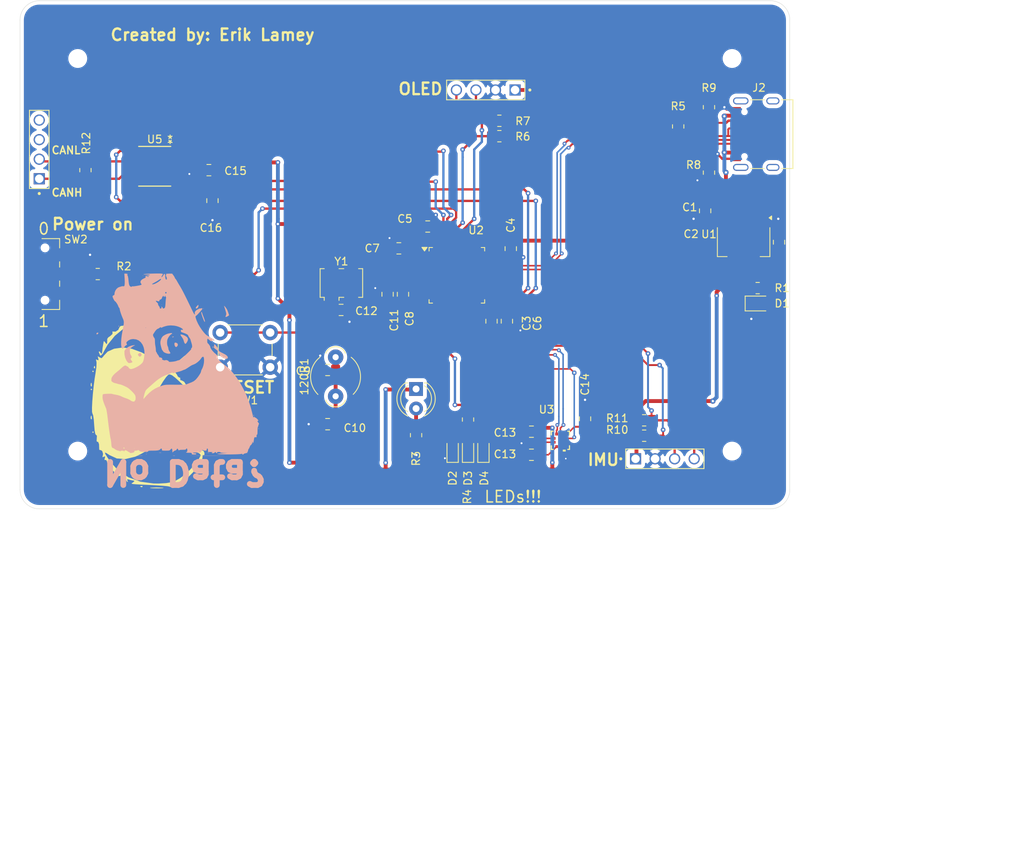
<source format=kicad_pcb>
(kicad_pcb (version 20241229) (generator "pcbnew") (generator_version "9.0")
  (title_block (title "EcoCar Onboarding PCB") (date "2025-10-29") (rev "3") (company "EcoCar"))
  (layers (0 "F.Cu" signal) (2 "B.Cu" signal) (13 "F.Paste" user) (15 "B.Paste" user) (5 "F.SilkS" user "F.Silkscreen") (7 "B.SilkS" user "B.Silkscreen") (1 "F.Mask" user) (3 "B.Mask" user) (25 "Edge.Cuts" user))
  (net 0 "")
  (net 1 "+3V3")
  (net 2 "VBUS")
  (net 3 "GND")
  (net 11 "/CAN_RX")
  (net 12 "/BOOT0")
  (net 15 "/USB_D+")
  (net 17 "/I2C2_SDA_IMU")
  (net 21 "/STD")
  (net 25 "/HSE_in")
  (net 28 "/CC1")
  (net 29 "/USB_D-")
  (net 31 "+3.3VA")
  (net 33 "/CC2")
  (net 34 "/CAN_TX")
  (net 35 "/I2C2_SCL_IMU")
  (net 36 "/NRST")
  (net 37 "/PWR_LED_K")
  (net 38 "Net-(D2-A)")
  (net 39 "/SW_BOOT0")
  (net 40 "Net-(U2-PA4)")
  (net 41 "Net-(U2-PA3)")
  (net 45 "/I2C1_SCL_OLED")
  (net 49 "/CANH")
  (net 50 "/CANL")
  (net 52 "/STBY")
  (net 53 "/SPI_MOSI")
  (net 54 "/SPI_SCK")
  (net 55 "/SPI_MISO")
  (net 56 "/I2C1_SDA_OLED")
  (footprint "Resistor_SMD:R_0805_2012Metric_Pad1.20x1.40mm_HandSolder" (layer "F.Cu") (at 162.27 87.09 180)
    (property "Reference" "R7")
    (property "Value" "1K5")
  )
  (footprint "Button_Switch_SMD:SW_SPDT_CK_JS102011SAQN" (layer "F.Cu") (at 103.25 107 -90)
    (property "Reference" "SW2")
    (property "Value" "SW_SPDT")
  )
  (footprint "Resistor_SMD:R_0805_2012Metric_Pad1.20x1.40mm_HandSolder" (layer "F.Cu") (at 189.5 93.825 -90)
    (property "Reference" "R8")
    (property "Value" "5k1")
  )
  (footprint "Sensor_Pressure:HLGA-10L_2X2X0P73_STM" (layer "F.Cu") (at 170.2 128.6 180)
    (property "Reference" "U3")
    (property "Value" "BME280")
  )
  (footprint "Capacitor_SMD:C_0805_2012Metric_Pad1.18x1.45mm_HandSolder" (layer "F.Cu") (at 173.4 125.8 90)
    (property "Reference" "C14")
    (property "Value" "100n")
  )
  (footprint "Capacitor_SMD:C_0805_2012Metric_Pad1.18x1.45mm_HandSolder" (layer "F.Cu") (at 198.6 102.8625 90)
    (property "Reference" "C2")
    (property "Value" "22u")
  )
  (footprint "Resistor_SMD:R_0805_2012Metric_Pad1.20x1.40mm_HandSolder" (layer "F.Cu") (at 110.1 107)
    (property "Reference" "R2")
    (property "Value" "10k")
  )
  (footprint "Resistor_SMD:R_0805_2012Metric_Pad1.20x1.40mm_HandSolder" (layer "F.Cu") (at 189.5 85.325 90)
    (property "Reference" "R9")
    (property "Value" "5k1")
  )
  (footprint "LED_THT:LED_D4.0mm" (layer "F.Cu") (at 151.451 121.93 -90)
    (property "Reference" "TH1" (hide yes))
    (property "Value" "10K")
  )
  (footprint "Package_TO_SOT_SMD:SOT-223-3_TabPin2" (layer "F.Cu") (at 194 102.825 -90)
    (property "Reference" "U1")
    (property "Value" "AMS1117-3.3")
  )
  (footprint "LED_SMD:LED_0603_1608Metric_Pad1.05x0.95mm_HandSolder" (layer "F.Cu") (at 158.2 129.8 90)
    (property "Reference" "D3")
    (property "Value" "LED_G" (hide yes))
  )
  (footprint "Connector_Pin:Conn_01x04_pin" (layer "F.Cu") (at 102.5 90.81 90)
    (property "Reference" "J5")
    (property "Value" "Conn_01x04_Socket")
  )
  (footprint "Capacitor_SMD:C_0805_2012Metric_Pad1.18x1.45mm_HandSolder" (layer "F.Cu") (at 139.9625 126.5 180)
    (property "Reference" "C10")
    (property "Value" "1u")
  )
  (footprint "MountingHole:MountingHole_2.2mm_M2" (layer "F.Cu") (at 192.5 79)
    (property "Reference" "H2" (hide yes))
    (property "Value" "MountingHole" (hide yes))
  )
  (footprint "Capacitor_SMD:C_0805_2012Metric_Pad1.18x1.45mm_HandSolder" (layer "F.Cu") (at 163.75 103.7 -90)
    (property "Reference" "C4")
    (property "Value" "100n")
  )
  (footprint "Capacitor_SMD:C_0805_2012Metric_Pad1.18x1.45mm_HandSolder" (layer "F.Cu") (at 125 97.4625 -90)
    (property "Reference" "C16")
    (property "Value" "100n")
  )
  (footprint "MountingHole:MountingHole_2.2mm_M2" (layer "F.Cu") (at 192.5 130)
    (property "Reference" "H4" (hide yes))
    (property "Value" "MountingHole" (hide yes))
  )
  (footprint "Resistor_SMD:R_0805_2012Metric_Pad1.20x1.40mm_HandSolder" (layer "F.Cu") (at 185.5 87.825 -90)
    (property "Reference" "R5")
    (property "Value" "1k5")
  )
  (footprint "LED_SMD:LED_0603_1608Metric_Pad1.05x0.95mm_HandSolder" (layer "F.Cu") (at 156.2 129.8 90)
    (property "Reference" "D2")
    (property "Value" "LED_R" (hide yes))
  )
  (footprint "Library:ecocar_logo" (layer "F.Cu") (at 230.186765 181.433271)
    (property "Reference" "G***" (hide yes))
    (property "Value" "LOGO" (hide yes))
  )
  (footprint "Resistor_SMD:R_0805_2012Metric_Pad1.20x1.40mm_HandSolder" (layer "F.Cu") (at 108.5 93.5 90)
    (property "Reference" "R12")
    (property "Value" "120")
  )
  (footprint "Package_QFP:LQFP-48_7x7mm_P0.5mm" (layer "F.Cu") (at 156.75 107.1625)
    (property "Reference" "U2")
    (property "Value" "STM32F103C8T6")
  )
  (footprint "Capacitor_SMD:C_0805_2012Metric_Pad1.18x1.45mm_HandSolder" (layer "F.Cu") (at 189 98.7875 -90)
    (property "Reference" "C1")
    (property "Value" "22u")
  )
  (footprint "LED_SMD:LED_0805_2012Metric" (layer "F.Cu") (at 195.8875 110.825)
    (property "Reference" "D1")
    (property "Value" "LED")
  )
  (footprint "Button_Switch_THT:SW_PUSH_6mm" (layer "F.Cu") (at 126 114.6)
    (property "Reference" "SW1")
    (property "Value" "SW_PUSH_6mm" (hide yes))
  )
  (footprint "Capacitor_SMD:C_0805_2012Metric_Pad1.18x1.45mm_HandSolder" (layer "F.Cu") (at 141.7125 111.6625)
    (property "Reference" "C12")
    (property "Value" "100n")
  )
  (footprint "MountingHole:MountingHole_2.2mm_M2" (layer "F.Cu") (at 107.5 79)
    (property "Reference" "H1" (hide yes))
    (property "Value" "MountingHole" (hide yes))
  )
  (footprint "Capacitor_SMD:C_0805_2012Metric_Pad1.18x1.45mm_HandSolder" (layer "F.Cu") (at 152.9625 100.825)
    (property "Reference" "C5")
    (property "Value" "100n")
  )
  (footprint "Connector_Pin:Conn_01x04_pin" (layer "F.Cu") (at 183.77 131)
    (property "Reference" "J3")
    (property "Value" "Conn_01x04_Socket")
  )
  (footprint "Resistor_SMD:R_0805_2012Metric_Pad1.20x1.40mm_HandSolder" (layer "F.Cu") (at 195.825 108.825)
    (property "Reference" "R1")
    (property "Value" "1k5")
  )
  (footprint "MountingHole:MountingHole_2.2mm_M2" (layer "F.Cu") (at 107.5 130)
    (property "Reference" "H3" (hide yes))
    (property "Value" "MountingHole" (hide yes))
  )
  (footprint "Capacitor_SMD:C_0805_2012Metric_Pad1.18x1.45mm_HandSolder" (layer "F.Cu") (at 124.5375 93.5 180)
    (property "Reference" "C15")
    (property "Value" "100n")
  )
  (footprint "Oscillator:Oscillator_SMD_TXC_7C-4Pin_5.0x3.2mm" (layer "F.Cu") (at 141.75 108.1625)
    (property "Reference" "Y1")
    (property "Value" "OT32258MJBA4SL")
  )
  (footprint "Connector_USB:USB_C_Receptacle_Palconn_UTC16-G" (layer "F.Cu") (at 195.56 88.825 90)
    (property "Reference" "J2")
    (property "Value" "USB_C_Receptacle_USB2.0_16P")
  )
  (footprint "Capacitor_SMD:C_0805_2012Metric_Pad1.18x1.45mm_HandSolder" (layer "F.Cu") (at 149.2125 103.6625 180)
    (property "Reference" "C7")
    (property "Value" "100n")
  )
  (footprint "Capacitor_SMD:C_0805_2012Metric_Pad1.18x1.45mm_HandSolder" (layer "F.Cu") (at 147.75 109.625 90)
    (property "Reference" "C11")
    (property "Value" "100n")
  )
  (footprint "Resistor_SMD:R_0805_2012Metric_Pad1.20x1.40mm_HandSolder" (layer "F.Cu") (at 151.451 127.93 -90)
    (property "Reference" "R3")
    (property "Value" "10K")
  )
  (footprint "Capacitor_SMD:C_0805_2012Metric_Pad1.18x1.45mm_HandSolder" (layer "F.Cu") (at 166.4375 130.475 180)
    (property "Reference" "C13")
    (property "Value" "100n")
  )
  (footprint "Resistor_SMD:R_0805_2012Metric_Pad1.20x1.40mm_HandSolder" (layer "F.Cu") (at 162.27 89.09 180)
    (property "Reference" "R6")
    (property "Value" "1K5")
  )
  (footprint "Resistor_SMD:R_0805_2012Metric_Pad1.20x1.40mm_HandSolder" (layer "F.Cu") (at 158.2 125.9 90)
    (property "Reference" "R4")
    (property "Value" "1k5")
  )
  (footprint "Capacitor_SMD:C_0805_2012Metric_Pad1.18x1.45mm_HandSolder" (layer "F.Cu") (at 166.4375 127.475 180)
    (property "Reference" "C13")
    (property "Value" "100n")
  )
  (footprint "Capacitor_SMD:C_0805_2012Metric_Pad1.18x1.45mm_HandSolder" (layer "F.Cu") (at 163.25 113.125 -90)
    (property "Reference" "C3")
    (property "Value" "10u")
  )
  (footprint "LED_SMD:LED_0603_1608Metric_Pad1.05x0.95mm_HandSolder" (layer "F.Cu") (at 160.2 129.8 90)
    (property "Reference" "D4")
    (property "Value" "LED_B" (hide yes))
  )
  (footprint "Resistor_SMD:R_0805_2012Metric_Pad1.20x1.40mm_HandSolder" (layer "F.Cu") (at 181.08 128)
    (property "Reference" "R10")
    (property "Value" "1K5")
  )
  (footprint "Capacitor_SMD:C_0805_2012Metric_Pad1.18x1.45mm_HandSolder" (layer "F.Cu") (at 149.75 109.625 90)
    (property "Reference" "C8")
    (property "Value" "10n")
  )
  (footprint "Connector_Pin:Conn_01x04_pin" (layer "F.Cu") (at 160.5 83.09 180)
    (property "Reference" "J1")
    (property "Value" "Conn_01x04_Socket")
  )
  (footprint "Audio_Module:SOIC8_4P9X3P9MC_MCH" (layer "F.Cu") (at 117.5 93 180)
    (property "Reference" "U5")
    (property "Value" "MCP2542FD")
  )
  (footprint "Ferrite_THT:LairdTech_28C0236-0JW-10" (layer "F.Cu") (at 141 122.8763 90)
    (property "Reference" "120R1")
    (property "Value" "FerriteBead")
  )
  (footprint "Resistor_SMD:R_0805_2012Metric_Pad1.20x1.40mm_HandSolder" (layer "F.Cu") (at 181.08 126)
    (property "Reference" "R11")
    (property "Value" "1K5")
  )
  (footprint "Capacitor_SMD:C_0805_2012Metric_Pad1.18x1.45mm_HandSolder" (layer "F.Cu") (at 161.25 113.125 -90)
    (property "Reference" "C6")
    (property "Value" "100n")
  )
  (footprint "Capacitor_SMD:C_0805_2012Metric_Pad1.18x1.45mm_HandSolder" (layer "F.Cu") (at 139.9625 119.46 180)
    (property "Reference" "C9")
    (property "Value" "1u")
  )
  (footprint "LOGO" (layer "B.Cu") (at 120 118.5)
    (property "Reference" "G***" (hide yes))
    (property "Value" "LOGO" (hide yes))
  )
  (gr_line (start 102.5 71.5) (end 197.5 71.5) (stroke (width 0.05)) (layer "Edge.Cuts"))
  (gr_line (start 196.5 137.5) (end 102.5 137.5) (stroke (width 0.05)) (layer "Edge.Cuts"))
  (gr_line (start 100 74) (end 100 135) (stroke (width 0.05)) (layer "Edge.Cuts"))
  (gr_line (start 200 135) (end 200 74) (stroke (width 0.05)) (layer "Edge.Cuts"))
  (gr_arc (start 197.5 71.5) (mid 199.267767 72.232233) (end 200 74) (stroke (width 0.05)) (layer "Edge.Cuts"))
  (gr_line (start 197.5 137.5) (end 196.5 137.5) (stroke (width 0.05)) (layer "Edge.Cuts"))
  (gr_arc (start 100 74) (mid 100.732233 72.232233) (end 102.5 71.5) (stroke (width 0.05)) (layer "Edge.Cuts"))
  (gr_arc (start 200 135) (mid 199.267767 136.767767) (end 197.5 137.5) (stroke (width 0.05)) (layer "Edge.Cuts"))
  (gr_arc (start 102.5 137.5) (mid 100.732233 136.767767) (end 100 135) (stroke (width 0.05)) (layer "Edge.Cuts"))
  (gr_text "RESET\n" (at 126 122.6 0) (layer "F.SilkS") (effects (font (size 1.5 1.5) (thickness 0.3) (bold yes)) (justify left bottom)))
  (gr_text "CANH\n" (at 104 97 0) (layer "F.SilkS") (effects (font (size 1 1) (thickness 0.2) (bold yes)) (justify left bottom)))
  (gr_text "IMU" (at 173.58 132 0) (layer "F.SilkS") (effects (font (size 1.5 1.5) (thickness 0.3) (bold yes)) (justify left bottom)))
  (gr_text "OLED" (at 149 83.825 0) (layer "F.SilkS") (effects (font (size 1.5 1.5) (thickness 0.3) (bold yes)) (justify left bottom)))
  (gr_text "Created by: Erik Lamey\n" (at 111.6 76.8 0) (layer "F.SilkS") (effects (font (size 1.5 1.5) (thickness 0.3) (bold yes)) (justify left bottom)))
  (gr_text "CANL" (at 104 91.5 0) (layer "F.SilkS") (effects (font (size 1 1) (thickness 0.1875)) (justify left bottom)))
  (gr_text "LEDs!!!\n" (at 160.2 136.8 0) (layer "F.SilkS") (effects (font (size 1.5 1.5) (thickness 0.1875)) (justify left bottom)))
  (gr_text "Power on" (at 104 101.4 0) (layer "F.SilkS") (effects (font (size 1.5 1.5) (thickness 0.3) (bold yes)) (justify left bottom)))
  (gr_text "1" (at 102.25 114 0) (layer "F.SilkS") (effects (font (size 1.5 1.5) (thickness 0.1875)) (justify left bottom)))
  (gr_text "0\n" (at 102.25 102 0) (layer "F.SilkS") (effects (font (size 1.5 1.5) (thickness 0.1875)) (justify left bottom)))
  (gr_text "No Data?\n" (at 110.5 131 180) (layer "B.SilkS") (effects (font (size 3 3) (thickness 0.75) (bold yes)) (justify left bottom mirror)))
  (segment (start 169.15 126.975) (end 167.975 126.975) (width 0.5) (layer "F.Cu") (net 1))
  (segment (start 191.1625 108.6625) (end 191 108.825) (width 0.5) (layer "F.Cu") (net 1))
  (segment (start 194 108.1625) (end 193.5 108.6625) (width 0.5) (layer "F.Cu") (net 1))
  (segment (start 194 99.675) (end 194 99.325) (width 0.5) (layer "F.Cu") (net 1))
  (segment (start 191 108.825) (end 172.5 108.825) (width 0.5) (layer "F.Cu") (net 1))
  (segment (start 173.4 126.8375) (end 173.4 128.2) (width 0.5) (layer "F.Cu") (net 1))
  (segment (start 140.48 109.2625) (end 140.48 107.0625) (width 0.3) (layer "F.Cu") (net 1))
  (segment (start 170 108.825) (end 166.7375 112.0875) (width 0.5) (layer "F.Cu") (net 1))
  (segment (start 171.15 132.475) (end 171.08 132.405) (width 0.5) (layer "F.Cu") (net 1))
  (segment (start 106.5 109.5) (end 108.6625 111.6625) (width 0.5) (layer "F.Cu") (net 1))
  (segment (start 181.27 123.5) (end 180.08 124.69) (width 0.5) (layer "F.Cu") (net 1))
  (segment (start 180.08 130.88) (end 179.96 131) (width 0.5) (layer "F.Cu") (net 1))
  (segment (start 168.5 94.32) (end 168.5 90.325) (width 0.5) (layer "F.Cu") (net 1))
  (segment (start 170.699999 127.785) (end 171.0775 127.785) (width 0.2) (layer "F.Cu") (net 1))
  (segment (start 171.25 87.575) (end 166.765 83.09) (width 0.5) (layer "F.Cu") (net 1))
  (segment (start 121.865 92.365) (end 119.9638 92.365) (width 0.5) (layer "F.Cu") (net 1))
  (segment (start 169.15 132.405) (end 147.5 132.405) (width 0.5) (layer "F.Cu") (net 1))
  (segment (start 162 104.4125) (end 163.75 102.6625) (width 0.3) (layer "F.Cu") (net 1))
  (segment (start 135 113) (end 135 111.6625) (width 0.5) (layer "F.Cu") (net 1))
  (segment (start 167.475 131.73) (end 168.15 132.405) (width 0.5) (layer "F.Cu") (net 1))
  (segment (start 140.48 102.825) (end 142.48 100.825) (width 0.5) (layer "F.Cu") (net 1))
  (segment (start 141 126.5) (end 141 123.7526) (width 0.5) (layer "F.Cu") (net 1))
  (segment (start 163.25 112.0875) (end 160.2625 112.0875) (width 0.3) (layer "F.Cu") (net 1))
  (segment (start 168.5 94.32) (end 163.27 89.09) (width 0.5) (layer "F.Cu") (net 1))
  (segment (start 142.48 100.825) (end 148.5 100.825) (width 0.5) (layer "F.Cu") (net 1))
  (segment (start 180.08 128) (end 180.08 130.88) (width 0.5) (layer "F.Cu") (net 1))
  (segment (start 173.4 130.225) (end 171.15 132.475) (width 0.5) (layer "F.Cu") (net 1))
  (segment (start 172.5 103.825) (end 171.3375 102.6625) (width 0.5) (layer "F.Cu") (net 1))
  (segment (start 167.975 126.975) (end 167.475 127.475) (width 0.5) (layer "F.Cu") (net 1))
  (segment (start 190.5 109.325) (end 190.5 109.825) (width 0.5) (layer "F.Cu") (net 1))
  (segment (start 167.475 130.475) (end 167.475 131.73) (width 0.5) (layer "F.Cu") (net 1))
  (segment (start 150.25 102.575) (end 150.25 103.6625) (width 0.5) (layer "F.Cu") (net 1))
  (segment (start 140.675 111.6625) (end 140.675 109.4575) (width 0.3) (layer "F.Cu") (net 1))
  (segment (start 125.575 92.425) (end 125.575 93.5) (width 0.5) (layer "F.Cu") (net 1))
  (segment (start 194 105.975) (end 194 107.325) (width 0.5) (layer "F.Cu") (net 1))
  (segment (start 171.3375 102.6625) (end 168.5 102.6625) (width 0.5) (layer "F.Cu") (net 1))
  (segment (start 122.23 92) (end 121.865 92.365) (width 0.5) (layer "F.Cu") (net 1))
  (segment (start 152.5875 104.4125) (end 151 104.4125) (width 0.3) (layer "F.Cu") (net 1))
  (segment (start 168.640001 130.475) (end 169.700001 129.415) (width 0.2) (layer "F.Cu") (net 1))
  (segment (start 154 103) (end 151.925 100.925) (width 0.3) (layer "F.Cu") (net 1))
  (segment (start 168.35 128.35) (end 169.385 128.35) (width 0.2) (layer "F.Cu") (net 1))
  (segment (start 173.4 128.2) (end 173.6 128) (width 0.5) (layer "F.Cu") (net 1))
  (segment (start 166.765 83.09) (end 164.31 83.09) (width 0.5) (layer "F.Cu") (net 1))
  (segment (start 126 92) (end 125.575 92.425) (width 0.5) (layer "F.Cu") (net 1))
  (segment (start 126 92) (end 122.23 92) (width 0.5) (layer "F.Cu") (net 1))
  (segment (start 160.2625 112.0875) (end 159.5 111.325) (width 0.3) (layer "F.Cu") (net 1))
  (segment (start 194.6625 108.6625) (end 193.5 108.6625) (width 0.5) (layer "F.Cu") (net 1))
  (segment (start 172.025 126.8375) (end 173.4 126.8375) (width 0.25) (layer "F.Cu") (net 1))
  (segment (start 194 107.325) (end 194 108) (width 0.5) (layer "F.Cu") (net 1))
  (segment (start 140.5 111.8375) (end 140.675 111.6625) (width 0.5) (layer "F.Cu") (net 1))
  (segment (start 148.5 100.825) (end 150.25 102.575) (width 0.5) (layer "F.Cu") (net 1))
  (segment (start 171.08 132.405) (end 169.15 132.405) (width 0.5) (layer "F.Cu") (net 1))
  (segment (start 163.27 89.09) (end 163.27 87.09) (width 0.3) (layer "F.Cu") (net 1))
  (segment (start 172.5 108.825) (end 170 108.825) (width 0.5) (layer "F.Cu") (net 1))
  (segment (start 140.48 102.305) (end 140.48 102.825) (width 0.5) (layer "F.Cu") (net 1))
  (segment (start 108.6625 111.6625) (end 135 111.6625) (width 0.5) (layer "F.Cu") (net 1))
  (segment (start 148.5 100.825) (end 151.925 100.825) (width 0.5) (layer "F.Cu") (net 1))
  (segment (start 140.48 102.825) (end 140.48 107.0625) (width 0.5) (layer "F.Cu") (net 1))
  (segment (start 168.5 102.6625) (end 163.75 102.6625) (width 0.5) (layer "F.Cu") (net 1))
  (segment (start 135 111.6625) (end 140.675 111.6625) (width 0.5) (layer "F.Cu") (net 1))
  (segment (start 180.08 126) (end 180.08 128) (width 0.5) (layer "F.Cu") (net 1))
  (segment (start 140.675 109.4575) (end 140.48 109.2625) (width 0.3) (layer "F.Cu") (net 1))
  (segment (start 168.5 102.6625) (end 168.5 94.32) (width 0.5) (layer "F.Cu") (net 1))
  (segment (start 180.08 124.69) (end 180.08 126) (width 0.5) (layer "F.Cu") (net 1))
  (segment (start 194.825 108.825) (end 194.6625 108.6625) (width 0.5) (layer "F.Cu") (net 1))
  (segment (start 135 111.6625) (end 133.5 110.1625) (width 0.5) (layer "F.Cu") (net 1))
  (segment (start 151.925 100.925) (end 151.925 100.825) (width 0.3) (layer "F.Cu") (net 1))
  (segment (start 147.5 132.405) (end 147.5 131.5) (width 0.5) (layer "F.Cu") (net 1))
  (segment (start 169.15 132.405) (end 168.15 132.405) (width 0.5) (layer "F.Cu") (net 1))
  (segment (start 147.5 132.405) (end 143.905 132.405) (width 0.5) (layer "F.Cu") (net 1))
  (segment (start 198.825 104.8) (end 197.65 105.975) (width 0.5) (layer "F.Cu") (net 1))
  (segment (start 169.15 132.405) (end 169.15 131.475) (width 0.5) (layer "F.Cu") (net 1))
  (segment (start 133.5 100.5) (end 138.675 100.5) (width 0.5) (layer "F.Cu") (net 1))
  (segment (start 191.1625 108.6625) (end 190.5 109.325) (width 0.5) (layer "F.Cu") (net 1))
  (segment (start 168.5 90.325) (end 171.25 87.575) (width 0.5) (layer "F.Cu") (net 1))
  (segment (start 106 109.5) (end 106.5 109.5) (width 0.5) (layer "F.Cu") (net 1))
  (segment (start 173.4 128.2) (end 173.4 130.225) (width 0.5) (layer "F.Cu") (net 1))
  (segment (start 172.5 108.825) (end 172.5 103.825) (width 0.5) (layer "F.Cu") (net 1))
  (segment (start 147.5 122) (end 151.381 122) (width 0.5) (layer "F.Cu") (net 1))
  (segment (start 167.475 127.475) (end 168.35 128.35) (width 0.2) (layer "F.Cu") (net 1))
  (segment (start 141 131.5) (end 141 126.5) (width 0.5) (layer "F.Cu") (net 1))
  (segment (start 151.381 122) (end 151.451 121.93) (width 0.5) (layer "F.Cu") (net 1))
  (segment (start 151 104.4125) (end 150.25 103.6625) (width 0.3) (layer "F.Cu") (net 1))
  (segment (start 166.7375 112.0875) (end 163.25 112.0875) (width 0.5) (layer "F.Cu") (net 1))
  (segment (start 143 131.5) (end 141 131.5) (width 0.5) (layer "F.Cu") (net 1))
  (segment (start 194 108) (end 194.825 108.825) (width 0.5) (layer "F.Cu") (net 1))
  (segment (start 193.5 108.6625) (end 191.1625 108.6625) (width 0.5) (layer "F.Cu") (net 1))
  (segment (start 171.0775 127.785) (end 172.025 126.8375) (width 0.2) (layer "F.Cu") (net 1))
  (segment (start 126.5 92.5) (end 126 92) (width 0.5) (layer "F.Cu") (net 1))
  (segment (start 194 107.325) (end 194 108.1625) (width 0.5) (layer "F.Cu") (net 1))
  (segment (start 197.65 105.975) (end 194 105.975) (width 0.5) (layer "F.Cu") (net 1))
  (segment (start 160.9125 104.4125) (end 162 104.4125) (width 0.3) (layer "F.Cu") (net 1))
  (segment (start 190 123.5) (end 181.27 123.5) (width 0.5) (layer "F.Cu") (net 1))
  (segment (start 138.675 100.5) (end 140.48 102.305) (width 0.5) (layer "F.Cu") (net 1))
  (segment (start 172 86.825) (end 185.5 86.825) (width 0.5) (layer "F.Cu") (net 1))
  (segment (start 198.825 103.9) (end 198.825 104.8) (width 0.5) (layer "F.Cu") (net 1))
  (segment (start 143.905 132.405) (end 143 131.5) (width 0.5) (layer "F.Cu") (net 1))
  (segment (start 141 131.5) (end 135 131.5) (width 0.5) (layer "F.Cu") (net 1))
  (segment (start 167.475 130.475) (end 168.640001 130.475) (width 0.2) (layer "F.Cu") (net 1))
  (segment (start 173.6 128) (end 180.08 128) (width 0.5) (layer "F.Cu") (net 1))
  (segment (start 171.25 87.575) (end 172 86.825) (width 0.5) (layer "F.Cu") (net 1))
  (segment (start 133.5 92.5) (end 126.5 92.5) (width 0.5) (layer "F.Cu") (net 1))
  (via (at 147.5 131.5) (size 0.6) (drill 0.3) (layers "F.Cu" "B.Cu") (net 1))
  (via (at 169.15 131.475) (size 0.6) (drill 0.25) (layers "F.Cu" "B.Cu") (net 1))
  (via (at 147.5 122) (size 0.6) (drill 0.3) (layers "F.Cu" "B.Cu") (net 1))
  (via (at 135 113) (size 0.6) (drill 0.3) (layers "F.Cu" "B.Cu") (net 1))
  (via (at 135 131.5) (size 0.6) (drill 0.3) (layers "F.Cu" "B.Cu") (net 1))
  (via (at 190 123.5) (size 0.7) (drill 0.3) (layers "F.Cu" "B.Cu") (net 1))
  (via (at 133.5 110.1625) (size 0.6) (drill 0.3) (layers "F.Cu" "B.Cu") (net 1))
  (via (at 169.15 126.975) (size 0.6) (drill 0.25) (layers "F.Cu" "B.Cu") (net 1))
  (via (at 133.5 92.5) (size 0.6) (drill 0.3) (layers "F.Cu" "B.Cu") (net 1))
  (via (at 133.5 100.5) (size 0.6) (drill 0.3) (layers "F.Cu" "B.Cu") (net 1))
  (via (at 190.5 109.825) (size 0.6) (drill 0.25) (layers "F.Cu" "B.Cu") (net 1))
  (segment (start 135 131.5) (end 135 113) (width 0.5) (layer "B.Cu") (net 1))
  (segment (start 133.5 99.825) (end 133.5 100.5) (width 0.5) (layer "B.Cu") (net 1))
  (segment (start 147.5 131.5) (end 147.5 122) (width 0.5) (layer "B.Cu") (net 1))
  (segment (start 190.5 109.825) (end 190.5 123) (width 0.5) (layer "B.Cu") (net 1))
  (segment (start 133.5 100.5) (end 133.5 110.1625) (width 0.5) (layer "B.Cu") (net 1))
  (segment (start 169.15 131.475) (end 169.15 126.975) (width 0.5) (layer "B.Cu") (net 1))
  (segment (start 190.5 123) (end 190 123.5) (width 0.5) (layer "B.Cu") (net 1))
  (segment (start 133.5 92.5) (end 133.5 99.825) (width 0.5) (layer "B.Cu") (net 1))
  (segment (start 193.05 91.225) (end 191.525 91.225) (width 0.5) (layer "F.Cu") (net 2))
  (segment (start 191.45 86.45) (end 191.5 86.5) (width 0.5) (layer "F.Cu") (net 2))
  (segment (start 191.575 86.425) (end 191.5 86.5) (width 0.5) (layer "F.Cu") (net 2))
  (segment (start 189 97.75) (end 191.625 97.75) (width 0.5) (layer "F.Cu") (net 2))
  (segment (start 191.7 93.8) (end 191.7 99.675) (width 0.5) (layer "F.Cu") (net 2))
  (segment (start 191.525 91.225) (end 191.5 91.2) (width 0.5) (layer "F.Cu") (net 2))
  (segment (start 193.05 86.425) (end 191.575 86.425) (width 0.5) (layer "F.Cu") (net 2))
  (via (at 191.5 91.2) (size 0.7) (drill 0.3) (layers "F.Cu" "B.Cu") (net 2))
  (via (at 191.5 86.5) (size 0.7) (drill 0.3) (layers "F.Cu" "B.Cu") (net 2))
  (via (at 191.7 93.8) (size 0.7) (drill 0.3) (layers "F.Cu" "B.Cu") (net 2))
  (segment (start 191.5 93.6) (end 191.5 91.2) (width 0.5) (layer "B.Cu") (net 2))
  (segment (start 191.5 91.2) (end 191.5 86.5) (width 0.5) (layer "B.Cu") (net 2))
  (segment (start 191.7 93.8) (end 191.5 93.6) (width 0.5) (layer "B.Cu") (net 2))
  (segment (start 191.5 84.825) (end 191 84.325) (width 0.3) (layer "F.Cu") (net 3))
  (segment (start 148.175 103.6625) (end 148.175 102.5) (width 0.3) (layer "F.Cu") (net 3))
  (segment (start 167.1 128.85) (end 169.385 128.85) (width 0.2) (layer "F.Cu") (net 3))
  (segment (start 191.8 85.625) (end 191.5 85.325) (width 0.3) (layer "F.Cu") (net 3))
  (segment (start 149.75 108.5875) (end 147.75 108.5875) (width 0.3) (layer "F.Cu") (net 3))
  (segment (start 166.9 128.975) (end 165.15 128.975) (width 0.25) (layer "F.Cu") (net 3))
  (segment (start 148.175 102.5) (end 148 102.325) (width 0.3) (layer "F.Cu") (net 3))
  (segment (start 123 94) (end 123.5 93.5) (width 0.5) (layer "F.Cu") (net 3))
  (segment (start 156.7 130.675) (end 155.45 130.675) (width 0.3) (layer "F.Cu") (net 3))
  (segment (start 198.35 99.675) (end 198.5 99.825) (width 0.5) (layer "F.Cu") (net 3))
  (segment (start 142.8 113.2) (end 142.75 113.15) (width 0.3) (layer "F.Cu") (net 3))
  (segment (start 122 94) (end 123 94) (width 0.5) (layer "F.Cu") (net 3))
  (segment (start 193.05 92.025) (end 191.225 92.025) (width 0.3) (layer "F.Cu") (net 3))
  (segment (start 166.9 128.975) (end 165.4 127.475) (width 0.2) (layer "F.Cu") (net 3))
  (segment (start 160.289152 114.1625) (end 163.25 114.1625) (width 0.3) (layer "F.Cu") (net 3))
  (segment (start 194.95 110.825) (end 194.95 112.775) (width 0.5) (layer "F.Cu") (net 3))
  (segment (start 137.5 126.5) (end 138.925 126.5) (width 0.5) (layer "F.Cu") (net 3))
  (segment (start 191 84.325) (end 189.5 84.325) (width 0.3) (layer "F.Cu") (net 3))
  (segment (start 170.2 129.415) (end 170.699999 129.415) (width 0.2) (layer "F.Cu") (net 3))
  (segment (start 163.575 104.9125) (end 160.9125 104.9125) (width 0.3) (layer "F.Cu") (net 3))
  (segment (start 154 99.325) (end 154 101.657966) (width 0.3) (layer "F.Cu") (net 3))
  (segment (start 159 112.873348) (end 160.289152 114.1625) (width 0.3) (layer "F.Cu") (net 3))
  (segment (start 152.5875 107.9125) (end 150.425 107.9125) (width 0.3) (layer "F.Cu") (net 3))
  (segment (start 163.75 104.7375) (end 163.575 104.9125) (width 0.3) (layer "F.Cu") (net 3))
  (segment (start 170.699999 129.415) (end 170.699999 130.774999) (width 0.2) (layer "F.Cu") (net 3))
  (segment (start 164.8375 114.1625) (end 165 114.325) (width 0.3) (layer "F.Cu") (net 3))
  (segment (start 154 101.657966) (end 154.499 102.156966) (width 0.3) (layer "F.Cu") (net 3))
  (segment (start 142.75 113.15) (end 142.75 111.6625) (width 0.3) (layer "F.Cu") (net 3))
  (segment (start 151.451 128.93) (end 151.451 130.451) (width 0.5) (layer "F.Cu") (net 3))
  (segment (start 165.2625 104.7375) (end 165.35 104.825) (width 0.3) (layer "F.Cu") (net 3))
  (segment (start 147.5125 108.825) (end 147.75 108.5875) (width 0.3) (layer "F.Cu") (net 3))
  (segment (start 173.4 124.7625) (end 173.4 123.3375) (width 0.3) (layer "F.Cu") (net 3))
  (segment (start 166.9 128.975) (end 166.975 128.975) (width 0.2) (layer "F.Cu") (net 3))
  (segment (start 194.95 112.775) (end 195 112.825) (width 0.5) (layer "F.Cu") (net 3))
  (segment (start 166.9 128.975) (end 165.4 130.475) (width 0.2) (layer "F.Cu") (net 3))
  (segment (start 139 117.6) (end 138.925 117.675) (width 0.5) (layer "F.Cu") (net 3))
  (segment (start 191.225 92.025) (end 190.6 91.4) (width 0.3) (layer "F.Cu") (net 3))
  (segment (start 146.15 108.825) (end 147.5125 108.825) (width 0.3) (layer "F.Cu") (net 3))
  (segment (start 156.7 130.675) (end 159.7 130.675) (width 0.3) (layer "F.Cu") (net 3))
  (segment (start 159 111.325) (end 159 112.873348) (width 0.3) (layer "F.Cu") (net 3))
  (segment (start 166.975 128.975) (end 167.1 128.85) (width 0.2) (layer "F.Cu") (net 3))
  (segment (start 163.75 104.7375) (end 165.2625 104.7375) (width 0.3) (layer "F.Cu") (net 3))
  (segment (start 143.02 111.3925) (end 142.75 111.6625) (width 0.3) (layer "F.Cu") (net 3))
  (segment (start 143.02 109.2625) (end 143.02 111.3925) (width 0.3) (layer "F.Cu") (net 3))
  (segment (start 138.925 117.675) (end 138.925 119.46) (width 0.5) (layer "F.Cu") (net 3))
  (segment (start 189.5 94.825) (end 188 94.825) (width 0.3) (layer "F.Cu") (net 3))
  (segment (start 171.015 129.099999) (end 170.699999 129.415) (width 0.2) (layer "F.Cu") (net 3))
  (segment (start 196.3 99.675) (end 198.35 99.675) (width 0.5) (layer "F.Cu") (net 3))
  (segment (start 171.015 128.85) (end 171.015 129.099999) (width 0.2) (layer "F.Cu") (net 3))
  (segment (start 189 99.825) (end 187.5 99.825) (width 0.5) (layer "F.Cu") (net 3))
  (segment (start 170.699999 130.774999) (end 170.9 130.975) (width 0.2) (layer "F.Cu") (net 3))
  (segment (start 193.05 85.625) (end 191.8 85.625) (width 0.3) (layer "F.Cu") (net 3))
  (segment (start 121.635 93.635) (end 122 94) (width 0.5) (layer "F.Cu") (net 3))
  (segment (start 150.425 107.9125) (end 149.75 108.5875) (width 0.3) (layer "F.Cu") (net 3))
  (segment (start 155.45 130.675) (end 155.2 130.925) (width 0.3) (layer "F.Cu") (net 3))
  (segment (start 198.5 99.825) (end 198.5 101.5) (width 0.5) (layer "F.Cu") (net 3))
  (segment (start 138.54 126.325) (end 138.5 126.365) (width 0.5) (layer "F.Cu") (net 3))
  (segment (start 125 98.5) (end 125 100) (width 0.3) (layer "F.Cu") (net 3))
  (segment (start 119.9638 93.635) (end 121.635 93.635) (width 0.5) (layer "F.Cu") (net 3))
  (segment (start 163.25 114.1625) (end 164.8375 114.1625) (width 0.3) (layer "F.Cu") (net 3))
  (segment (start 151.451 130.451) (end 151.5 130.5) (width 0.5) (layer "F.Cu") (net 3))
  (segment (start 106 104.5) (end 109.1 104.5) (width 0.5) (layer "F.Cu") (net 3))
  (segment (start 191.5 85.325) (end 191.5 84.825) (width 0.3) (layer "F.Cu") (net 3))
  (via (at 125 100) (size 0.6) (drill 0.3) (layers "F.Cu" "B.Cu") (net 3))
  (via (at 190.6 91.4) (size 0.6) (drill 0.25) (layers "F.Cu" "B.Cu") (net 3))
  (via (at 137.5 126.5) (size 0.6) (drill 0.3) (layers "F.Cu" "B.Cu") (net 3))
  (via (at 165.15 128.975) (size 0.6) (drill 0.25) (layers "F.Cu" "B.Cu") (net 3))
  (via (at 195 112.825) (size 0.7) (drill 0.3) (layers "F.Cu" "B.Cu") (net 3))
  (via (at 122 94) (size 0.6) (drill 0.25) (layers "F.Cu" "B.Cu") (net 3))
  (via (at 198.5 99.825) (size 0.7) (drill 0.3) (layers "F.Cu" "B.Cu") (net 3))
  (via (at 139 117.6) (size 0.6) (drill 0.3) (layers "F.Cu" "B.Cu") (net 3))
  (via (at 165.35 104.825) (size 0.6) (drill 0.25) (layers "F.Cu" "B.Cu") (net 3))
  (via (at 173.4 123.3375) (size 0.6) (drill 0.3) (layers "F.Cu" "B.Cu") (net 3))
  (via (at 151.5 130.5) (size 0.6) (drill 0.3) (layers "F.Cu" "B.Cu") (net 3))
  (via (at 155.2 130.925) (size 0.6) (drill 0.25) (layers "F.Cu" "B.Cu") (net 3))
  (via (at 109.1 104.5) (size 0.6) (drill 0.3) (layers "F.Cu" "B.Cu") (net 3))
  (via (at 170.9 130.975) (size 0.5) (drill 0.2) (layers "F.Cu" "B.Cu") (net 3))
  (via (at 154 99.325) (size 0.6) (drill 0.25) (layers "F.Cu" "B.Cu") (net 3))
  (via (at 187.5 99.825) (size 0.7) (drill 0.3) (layers "F.Cu" "B.Cu") (net 3))
  (via (at 148 102.325) (size 0.6) (drill 0.25) (layers "F.Cu" "B.Cu") (net 3))
  (via (at 165 114.325) (size 0.6) (drill 0.25) (layers "F.Cu" "B.Cu") (net 3))
  (via (at 191.5 85.325) (size 0.6) (drill 0.3) (layers "F.Cu" "B.Cu") (net 3))
  (via (at 142.8 113.2) (size 0.6) (drill 0.3) (layers "F.Cu" "B.Cu") (net 3))
  (via (at 188 94.825) (size 0.6) (drill 0.25) (layers "F.Cu" "B.Cu") (net 3))
  (via (at 146.15 108.825) (size 0.6) (drill 0.25) (layers "F.Cu" "B.Cu") (net 3))
  (segment (start 154.905 91.095) (end 155 91) (width 0.3) (layer "F.Cu") (net 11))
  (segment (start 155.5 99.825) (end 156 99.325) (width 0.3) (layer "F.Cu") (net 11))
  (segment (start 155.5 103) (end 155.5 99.825) (width 0.3) (layer "F.Cu") (net 11))
  (segment (start 119.9638 91.095) (end 154.905 91.095) (width 0.3) (layer "F.Cu") (net 11))
  (via (at 155 91) (size 0.6) (drill 0.3) (layers "F.Cu" "B.Cu") (net 11))
  (via (at 156 99.325) (size 0.6) (drill 0.25) (layers "F.Cu" "B.Cu") (net 11))
  (segment (start 155 98.325) (end 155 91) (width 0.3) (layer "B.Cu") (net 11))
  (segment (start 156 99.325) (end 155 98.325) (width 0.3) (layer "B.Cu") (net 11))
  (segment (start 156.651 99.674) (end 156 100.325) (width 0.3) (layer "F.Cu") (net 12))
  (segment (start 111.1 107) (end 130.5 107) (width 0.3) (layer "F.Cu") (net 12))
  (segment (start 131.5 98.5) (end 156.325 98.5) (width 0.3) (layer "F.Cu") (net 12))
  (segment (start 156.325 98.5) (end 156.651 98.826) (width 0.3) (layer "F.Cu") (net 12))
  (segment (start 156.651 98.826) (end 156.651 99.674) (width 0.3) (layer "F.Cu") (net 12))
  (segment (start 130.5 107) (end 131 106.5) (width 0.3) (layer "F.Cu") (net 12))
  (segment (start 156 103) (end 156 100.325) (width 0.3) (layer "F.Cu") (net 12))
  (via (at 131.5 98.5) (size 0.6) (drill 0.3) (layers "F.Cu" "B.Cu") (net 12))
  (via (at 131 106.5) (size 0.6) (drill 0.3) (layers "F.Cu" "B.Cu") (net 12))
  (segment (start 131 106.5) (end 131 99) (width 0.3) (layer "B.Cu") (net 12))
  (segment (start 131 99) (end 131.5 98.5) (width 0.3) (layer "B.Cu") (net 12))
  (segment (start 168.0375 105.9125) (end 169.625 104.325) (width 0.2) (layer "F.Cu") (net 15))
  (segment (start 185.5 88.825) (end 184.686 89.639) (width 0.25) (layer "F.Cu") (net 15))
  (segment (start 184.686 89.639) (end 171.15567 89.639) (width 0.25) (layer "F.Cu") (net 15))
  (segment (start 192.125 88.075) (end 193.05 88.075) (width 0.25) (layer "F.Cu") (net 15))
  (segment (start 188.81319 89.639) (end 189.37719 89.075) (width 0.25) (layer "F.Cu") (net 15))
  (segment (start 160.9125 105.9125) (end 168.0375 105.9125) (width 0.2) (layer "F.Cu") (net 15))
  (segment (start 192 88.2) (end 192.125 88.075) (width 0.25) (layer "F.Cu") (net 15))
  (segment (start 169.625 104.325) (end 169.625 104.438603) (width 0.2) (layer "F.Cu") (net 15))
  (segment (start 193.455 88.075) (end 192.428 88.075) (width 0.25) (layer "F.Cu") (net 15))
  (segment (start 185.5 88.825) (end 186.314 89.639) (width 0.25) (layer "F.Cu") (net 15))
  (segment (start 171.15567 89.639) (end 170.734835 90.059835) (width 0.25) (layer "F.Cu") (net 15))
  (segment (start 192 88.2) (end 192 89.075) (width 0.25) (layer "F.Cu") (net 15))
  (segment (start 189.37719 89.075) (end 192 89.075) (width 0.25) (layer "F.Cu") (net 15))
  (segment (start 186.314 89.639) (end 188.81319 89.639) (width 0.25) (layer "F.Cu") (net 15))
  (segment (start 192 89.075) (end 193.455 89.075) (width 0.25) (layer "F.Cu") (net 15))
  (via (at 169.625 104.325) (size 0.5) (drill 0.2) (layers "F.Cu" "B.Cu") (net 15))
  (via (at 170.734835 90.059835) (size 0.5) (drill 0.2) (layers "F.Cu" "B.Cu") (net 15))
  (segment (start 169.774999 104.175001) (end 169.625 104.325) (width 0.2) (layer "B.Cu") (net 15))
  (segment (start 170.734835 90.059835) (end 170.734835 90.271966) (width 0.2) (layer "B.Cu") (net 15))
  (segment (start 169.774999 91.231802) (end 169.774999 104.175001) (width 0.2) (layer "B.Cu") (net 15))
  (segment (start 170.734835 90.271966) (end 169.774999 91.231802) (width 0.2) (layer "B.Cu") (net 15))
  (segment (start 187.58 129.5) (end 187.58 131) (width 0.3) (layer "F.Cu") (net 17))
  (segment (start 181.58 117.325) (end 180.08 115.825) (width 0.25) (layer "F.Cu") (net 17))
  (segment (start 158.5 113.046514) (end 158.5 111.325) (width 0.25) (layer "F.Cu") (net 17))
  (segment (start 184.08 126) (end 187.58 129.5) (width 0.3) (layer "F.Cu") (net 17))
  (segment (start 182.04 124.73) (end 182.04 125.96) (width 0.25) (layer "F.Cu") (net 17))
  (segment (start 182.08 126) (end 184.08 126) (width 0.3) (layer "F.Cu") (net 17))
  (segment (start 182.04 125.96) (end 182.08 126) (width 0.25) (layer "F.Cu") (net 17))
  (segment (start 161.278486 115.825) (end 158.5 113.046514) (width 0.25) (layer "F.Cu") (net 17))
  (segment (start 180.08 115.825) (end 161.278486 115.825) (width 0.25) (layer "F.Cu") (net 17))
  (via (at 181.58 117.325) (size 0.6) (drill 0.25) (layers "F.Cu" "B.Cu") (net 17))
  (via (at 182.04 124.73) (size 0.6) (drill 0.25) (layers "F.Cu" "B.Cu") (net 17))
  (segment (start 182.04 124.73) (end 181.58 124.27) (width 0.25) (layer "B.Cu") (net 17))
  (segment (start 181.58 124.27) (end 181.58 117.325) (width 0.25) (layer "B.Cu") (net 17))
  (segment (start 115.0362 94.905) (end 116.1312 96) (width 0.3) (layer "F.Cu") (net 21))
  (segment (start 165.4125 109.4125) (end 166 108.825) (width 0.3) (layer "F.Cu") (net 21))
  (segment (start 165.5 96) (end 166 96.5) (width 0.3) (layer "F.Cu") (net 21))
  (segment (start 160.9125 109.4125) (end 165.4125 109.4125) (width 0.3) (layer "F.Cu") (net 21))
  (segment (start 116.1312 96) (end 165.5 96) (width 0.3) (layer "F.Cu") (net 21))
  (via (at 166 108.825) (size 0.6) (drill 0.25) (layers "F.Cu" "B.Cu") (net 21))
  (via (at 166 96.5) (size 0.6) (drill 0.3) (layers "F.Cu" "B.Cu") (net 21))
  (segment (start 166 108.825) (end 166 96.5) (width 0.3) (layer "B.Cu") (net 21))
  (segment (start 166 96.5) (end 166 96.325) (width 0.3) (layer "B.Cu") (net 21))
  (segment (start 152.5875 106.4125) (end 143.67 106.4125) (width 0.3) (layer "F.Cu") (net 25))
  (segment (start 143.67 106.4125) (end 143.02 107.0625) (width 0.3) (layer "F.Cu") (net 25))
  (segment (start 193.455 90.075) (end 192.588665 90.075) (width 0.25) (layer "F.Cu") (net 28))
  (segment (start 190.75 90.075) (end 193.05 90.075) (width 0.25) (layer "F.Cu") (net 28))
  (segment (start 189.5 91.325) (end 190.75 90.075) (width 0.25) (layer "F.Cu") (net 28))
  (segment (start 189.5 91.325) (end 189.5 92.825) (width 0.25) (layer "F.Cu") (net 28))
  (segment (start 194.506 88.599) (end 194.482 88.575) (width 0.25) (layer "F.Cu") (net 29))
  (segment (start 171.76533 90.09) (end 171.265165 90.590165) (width 0.25) (layer "F.Cu") (net 29))
  (segment (start 193.455 89.575) (end 192 89.575) (width 0.25) (layer "F.Cu") (net 29))
  (segment (start 194.506 89.551) (end 194.506 88.599) (width 0.25) (layer "F.Cu") (net 29))
  (segment (start 189.515 89.575) (end 192.5 89.575) (width 0.25) (layer "F.Cu") (net 29))
  (segment (start 168.316732 106.4125) (end 170.375 104.354232) (width 0.2) (layer "F.Cu") (net 29))
  (segment (start 189 90.09) (end 171.76533 90.09) (width 0.25) (layer "F.Cu") (net 29))
  (segment (start 192.428 89.575) (end 192.5 89.575) (width 0.25) (layer "F.Cu") (net 29))
  (segment (start 170.375 104.389588) (end 170.375 104.325) (width 0.25) (layer "F.Cu") (net 29))
  (segment (start 189 90.09) (end 189.515 89.575) (width 0.25) (layer "F.Cu") (net 29))
  (segment (start 194.482 88.575) (end 193.455 88.575) (width 0.25) (layer "F.Cu") (net 29))
  (segment (start 192.428 89.575) (end 194.482 89.575) (width 0.25) (layer "F.Cu") (net 29))
  (segment (start 194.482 89.575) (end 194.506 89.551) (width 0.25) (layer "F.Cu") (net 29))
  (segment (start 192.5 89.575) (end 193.455 89.575) (width 0.25) (layer "F.Cu") (net 29))
  (segment (start 160.9125 106.4125) (end 168.316732 106.4125) (width 0.2) (layer "F.Cu") (net 29))
  (segment (start 170.375 104.354232) (end 170.375 104.325) (width 0.2) (layer "F.Cu") (net 29))
  (via (at 170.375 104.325) (size 0.5) (drill 0.2) (layers "F.Cu" "B.Cu") (net 29))
  (via (at 171.265165 90.590165) (size 0.5) (drill 0.2) (layers "F.Cu" "B.Cu") (net 29))
  (segment (start 170.225 91.418199) (end 170.225001 91.4182) (width 0.2) (layer "B.Cu") (net 29))
  (segment (start 170.225001 104.175001) (end 170.375 104.325) (width 0.2) (layer "B.Cu") (net 29))
  (segment (start 171.053034 90.590165) (end 170.225 91.418199) (width 0.2) (layer "B.Cu") (net 29))
  (segment (start 170.225001 91.4182) (end 170.225001 104.175001) (width 0.2) (layer "B.Cu") (net 29))
  (segment (start 171.265165 90.590165) (end 171.053034 90.590165) (width 0.2) (layer "B.Cu") (net 29))
  (segment (start 141 119.46) (end 148.04 119.46) (width 0.5) (layer "F.Cu") (net 31))
  (segment (start 149.75 117.75) (end 149.75 110.6625) (width 0.5) (layer "F.Cu") (net 31))
  (segment (start 152.5875 108.4125) (end 151.59437 108.4125) (width 0.3) (layer "F.Cu") (net 31))
  (segment (start 151.25 108.75687) (end 151.25 110.6625) (width 0.3) (layer "F.Cu") (net 31))
  (segment (start 141 122) (end 141 119.46) (width 0.5) (layer "F.Cu") (net 31))
  (segment (start 151.59437 108.4125) (end 151.25 108.75687) (width 0.3) (layer "F.Cu") (net 31))
  (segment (start 151.25 110.6625) (end 149.75 110.6625) (width 0.3) (layer "F.Cu") (net 31))
  (segment (start 148.04 119.46) (end 149.75 117.75) (width 0.5) (layer "F.Cu") (net 31))
  (segment (start 192.030331 87.075) (end 191.75 87.355331) (width 0.3) (layer "F.Cu") (net 33))
  (segment (start 189.5 86.325) (end 190.530331 87.355331) (width 0.25) (layer "F.Cu") (net 33))
  (segment (start 193.455 87.075) (end 192.030331 87.075) (width 0.3) (layer "F.Cu") (net 33))
  (segment (start 190.530331 87.355331) (end 191.75 87.355331) (width 0.25) (layer "F.Cu") (net 33))
  (segment (start 152.905 94.905) (end 119.9638 94.905) (width 0.3) (layer "F.Cu") (net 34))
  (segment (start 154 95) (end 153 95) (width 0.3) (layer "F.Cu") (net 34))
  (segment (start 153 95) (end 152.905 94.905) (width 0.3) (layer "F.Cu") (net 34))
  (segment (start 155 103) (end 155 99.325) (width 0.3) (layer "F.Cu") (net 34))
  (via (at 154 95) (size 0.6) (drill 0.3) (layers "F.Cu" "B.Cu") (net 34))
  (via (at 155 99.325) (size 0.6) (drill 0.25) (layers "F.Cu" "B.Cu") (net 34))
  (segment (start 154 98.325) (end 154 95) (width 0.3) (layer "B.Cu") (net 34))
  (segment (start 155 99.325) (end 154 98.325) (width 0.3) (layer "B.Cu") (net 34))
  (segment (start 158 113.184324) (end 161.140676 116.325) (width 0.25) (layer "F.Cu") (net 35))
  (segment (start 183.54 127.96) (end 183.58 128) (width 0.25) (layer "F.Cu") (net 35))
  (segment (start 183.54 127.23) (end 183.54 127.96) (width 0.25) (layer "F.Cu") (net 35))
  (segment (start 158 111.325) (end 158 113.184324) (width 0.25) (layer "F.Cu") (net 35))
  (segment (start 182.08 128) (end 183.58 128) (width 0.3) (layer "F.Cu") (net 35))
  (segment (start 179.08 116.325) (end 181.58 118.825) (width 0.25) (layer "F.Cu") (net 35))
  (segment (start 185.04 129.46) (end 185.04 131) (width 0.3) (layer "F.Cu") (net 35))
  (segment (start 181.58 118.825) (end 183.08 118.825) (width 0.25) (layer "F.Cu") (net 35))
  (segment (start 161.140676 116.325) (end 179.08 116.325) (width 0.25) (layer "F.Cu") (net 35))
  (segment (start 183.58 128) (end 185.04 129.46) (width 0.3) (layer "F.Cu") (net 35))
  (via (at 183.08 118.825) (size 0.6) (drill 0.25) (layers "F.Cu" "B.Cu") (net 35))
  (via (at 183.54 127.23) (size 0.6) (drill 0.25) (layers "F.Cu" "B.Cu") (net 35))
  (segment (start 183.5 127.19) (end 183.5 119.245) (width 0.25) (layer "B.Cu") (net 35))
  (segment (start 183.5 119.245) (end 183.08 118.825) (width 0.25) (layer "B.Cu") (net 35))
  (segment (start 183.54 127.23) (end 183.5 127.19) (width 0.25) (layer "B.Cu") (net 35))
  (segment (start 147.75 114.25) (end 147.4 114.6) (width 0.3) (layer "F.Cu") (net 36))
  (segment (start 146.3375 110.6625) (end 147.75 110.6625) (width 0.3) (layer "F.Cu") (net 36))
  (segment (start 147.75 110.6625) (end 147.75 114.25) (width 0.3) (layer "F.Cu") (net 36))
  (segment (start 145.5 108.325) (end 145.5 109.825) (width 0.3) (layer "F.Cu") (net 36))
  (segment (start 147.4 114.6) (end 132.5 114.6) (width 0.3) (layer "F.Cu") (net 36))
  (segment (start 146.4125 107.4125) (end 145.5 108.325) (width 0.3) (layer "F.Cu") (net 36))
  (segment (start 132.5 114.6) (end 126 114.6) (width 0.3) (layer "F.Cu") (net 36))
  (segment (start 145.5 109.825) (end 146.3375 110.6625) (width 0.3) (layer "F.Cu") (net 36))
  (segment (start 152.5875 107.4125) (end 146.4125 107.4125) (width 0.3) (layer "F.Cu") (net 36))
  (segment (start 196.825 108.825) (end 196.825 110.825) (width 0.5) (layer "F.Cu") (net 37))
  (segment (start 158.2 126.925) (end 158.2 128.925) (width 0.3) (layer "F.Cu") (net 38))
  (segment (start 156.7 128.925) (end 159.7 128.925) (width 0.3) (layer "F.Cu") (net 38))
  (segment (start 106 107) (end 109.1 107) (width 0.5) (layer "F.Cu") (net 39))
  (segment (start 156.5 124) (end 157.3 124) (width 0.3) (layer "F.Cu") (net 40))
  (segment (start 157.3 124) (end 158.2 124.9) (width 0.3) (layer "F.Cu") (net 40))
  (segment (start 154.5 116) (end 154.5 111.325) (width 0.3) (layer "F.Cu") (net 40))
  (segment (start 156.5 118) (end 154.5 116) (width 0.3) (layer "F.Cu") (net 40))
  (via (at 156.5 118) (size 0.6) (drill 0.3) (layers "F.Cu" "B.Cu") (net 40))
  (via (at 156.5 124) (size 0.6) (drill 0.3) (layers "F.Cu" "B.Cu") (net 40))
  (segment (start 156.5 124) (end 156.5 118) (width 0.3) (layer "B.Cu") (net 40))
  (segment (start 153.899 116.724) (end 155 117.825) (width 0.5) (layer "F.Cu") (net 41))
  (segment (start 151.451 126.93) (end 154.07 126.93) (width 0.5) (layer "F.Cu") (net 41))
  (segment (start 151.451 124.47) (end 151.451 126.93) (width 0.5) (layer "F.Cu") (net 41))
  (segment (start 154.07 126.93) (end 155 126) (width 0.5) (layer "F.Cu") (net 41))
  (segment (start 153.899 116.724) (end 153.899 111.325) (width 0.5) (layer "F.Cu") (net 41))
  (segment (start 155 117.825) (end 155 126) (width 0.5) (layer "F.Cu") (net 41))
  (segment (start 157 101.825) (end 159 99.825) (width 0.3) (layer "F.Cu") (net 45))
  (segment (start 157 103) (end 157 101.825) (width 0.3) (layer "F.Cu") (net 45))
  (segment (start 161.27 87.09) (end 160.265 87.09) (width 0.3) (layer "F.Cu") (net 45))
  (segment (start 160.265 87.09) (end 160 86.825) (width 0.3) (layer "F.Cu") (net 45))
  (segment (start 160 86.825) (end 159.23 86.055) (width 0.3) (layer "F.Cu") (net 45))
  (segment (start 160 88.325) (end 160 87.355) (width 0.3) (layer "F.Cu") (net 45))
  (segment (start 159.23 86.055) (end 159.23 83.09) (width 0.3) (layer "F.Cu") (net 45))
  (segment (start 160 87.355) (end 160.265 87.09) (width 0.3) (layer "F.Cu") (net 45))
  (via (at 159 99.825) (size 0.6) (drill 0.25) (layers "F.Cu" "B.Cu") (net 45))
  (via (at 160 88.325) (size 0.6) (drill 0.25) (layers "F.Cu" "B.Cu") (net 45))
  (segment (start 159 90.825) (end 160 89.825) (width 0.3) (layer "B.Cu") (net 45))
  (segment (start 160 89.825) (end 160 88.325) (width 0.3) (layer "B.Cu") (net 45))
  (segment (start 159 99.825) (end 159 90.825) (width 0.3) (layer "B.Cu") (net 45))
  (segment (start 113.865 93.635) (end 115.0362 93.635) (width 0.3) (layer "F.Cu") (net 49))
  (segment (start 112.88 94.62) (end 113.865 93.635) (width 0.3) (layer "F.Cu") (net 49))
  (segment (start 102.5 94.62) (end 112.88 94.62) (width 0.3) (layer "F.Cu") (net 49))
  (segment (start 102.785 92.365) (end 115.0362 92.365) (width 0.3) (layer "F.Cu") (net 50))
  (segment (start 102.5 92.08) (end 102.785 92.365) (width 0.3) (layer "F.Cu") (net 50))
  (segment (start 122 100.5) (end 122 97.5) (width 0.3) (layer "F.Cu") (net 52))
  (segment (start 126 102) (end 123.5 102) (width 0.3) (layer "F.Cu") (net 52))
  (segment (start 114.9412 91) (end 115.0362 91.095) (width 0.3) (layer "F.Cu") (net 52))
  (segment (start 167 97.5) (end 127.5 97.5) (width 0.3) (layer "F.Cu") (net 52))
  (segment (start 165.9125 109.9125) (end 167 108.825) (width 0.3) (layer "F.Cu") (net 52))
  (segment (start 127.5 97.5) (end 127.5 100.5) (width 0.3) (layer "F.Cu") (net 52))
  (segment (start 160.9125 109.9125) (end 165.9125 109.9125) (width 0.3) (layer "F.Cu") (net 52))
  (segment (start 127.5 100.5) (end 126 102) (width 0.3) (layer "F.Cu") (net 52))
  (segment (start 123.5 102) (end 122 100.5) (width 0.3) (layer "F.Cu") (net 52))
  (segment (start 112.5 91.5) (end 113 91) (width 0.3) (layer "F.Cu") (net 52))
  (segment (start 122 97.5) (end 113 97.5) (width 0.3) (layer "F.Cu") (net 52))
  (segment (start 113 97.5) (end 112.5 97) (width 0.3) (layer "F.Cu") (net 52))
  (segment (start 113 91) (end 114.9412 91) (width 0.3) (layer "F.Cu") (net 52))
  (via (at 112.5 97) (size 0.6) (drill 0.3) (layers "F.Cu" "B.Cu") (net 52))
  (via (at 167 97.5) (size 0.6) (drill 0.3) (layers "F.Cu" "B.Cu") (net 52))
  (via (at 167 108.825) (size 0.6) (drill 0.25) (layers "F.Cu" "B.Cu") (net 52))
  (via (at 112.5 91.5) (size 0.6) (drill 0.25) (layers "F.Cu" "B.Cu") (net 52))
  (segment (start 167 108.825) (end 167 97.5) (width 0.3) (layer "B.Cu") (net 52))
  (segment (start 112.5 97) (end 112.5 91.5) (width 0.3) (layer "B.Cu") (net 52))
  (segment (start 170 116.9) (end 169.925 116.825) (width 0.2) (layer "F.Cu") (net 53))
  (segment (start 160.5 116.825) (end 156 112.325) (width 0.2) (layer "F.Cu") (net 53))
  (segment (start 169.925 116.825) (end 160.5 116.825) (width 0.2) (layer "F.Cu") (net 53))
  (segment (start 170.2 127) (end 170.2 127.785) (width 0.2) (layer "F.Cu") (net 53))
  (segment (start 170.6 126.6) (end 170.2 127) (width 0.2) (layer "F.Cu") (net 53))
  (segment (start 156 112.325) (end 156 111.325) (width 0.2) (layer "F.Cu") (net 53))
  (via (at 170 116.9) (size 0.5) (drill 0.2) (layers "F.Cu" "B.Cu") (net 53))
  (via (at 170.6 126.6) (size 0.5) (drill 0.2) (layers "F.Cu" "B.Cu") (net 53))
  (segment (start 170.55 117.45) (end 170 116.9) (width 0.2) (layer "B.Cu") (net 53))
  (segment (start 170.55 124.5) (end 170.55 117.45) (width 0.2) (layer "B.Cu") (net 53))
  (segment (start 170.55 126.55) (end 170.6 126.6) (width 0.2) (layer "B.Cu") (net 53))
  (segment (start 170.55 124.5) (end 170.55 126.55) (width 0.2) (layer "B.Cu") (net 53))
  (segment (start 160.5 119.325) (end 171.5 119.325) (width 0.2) (layer "F.Cu") (net 54))
  (segment (start 171.5 119.325) (end 172 119.825) (width 0.2) (layer "F.Cu") (net 54))
  (segment (start 171.015 128.35) (end 171.85 128.35) (width 0.2) (layer "F.Cu") (net 54))
  (segment (start 171.85 128.35) (end 172 128.2) (width 0.2) (layer "F.Cu") (net 54))
  (segment (start 155 111.325) (end 155 113.825) (width 0.2) (layer "F.Cu") (net 54))
  (segment (start 155 113.825) (end 160.5 119.325) (width 0.2) (layer "F.Cu") (net 54))
  (via (at 172 119.825) (size 0.6) (drill 0.25) (layers "F.Cu" "B.Cu") (net 54))
  (via (at 172 128.2) (size 0.5) (drill 0.2) (layers "F.Cu" "B.Cu") (net 54))
  (segment (start 172 128.2) (end 172 119.825) (width 0.2) (layer "B.Cu") (net 54))
  (segment (start 155.5 113.325) (end 155.5 111.325) (width 0.2) (layer "F.Cu") (net 55))
  (segment (start 159.675 117.5) (end 159.5 117.325) (width 0.2) (layer "F.Cu") (net 55))
  (segment (start 159.5 117.325) (end 155.5 113.325) (width 0.2) (layer "F.Cu") (net 55))
  (segment (start 169.8 127.218891) (end 169.700001 127.31889) (width 0.2) (layer "F.Cu") (net 55))
  (segment (start 169.5 117.5) (end 159.675 117.5) (width 0.2) (layer "F.Cu") (net 55))
  (segment (start 169.700001 127.31889) (end 169.700001 127.785) (width 0.2) (layer "F.Cu") (net 55))
  (segment (start 169.8 126.6) (end 169.8 127.218891) (width 0.2) (layer "F.Cu") (net 55))
  (via (at 169.8 126.6) (size 0.5) (drill 0.2) (layers "F.Cu" "B.Cu") (net 55))
  (via (at 169.5 117.5) (size 0.5) (drill 0.2) (layers "F.Cu" "B.Cu") (net 55))
  (segment (start 170 125.5) (end 170 126.4) (width 0.2) (layer "B.Cu") (net 55))
  (segment (start 170 118) (end 169.5 117.5) (width 0.2) (layer "B.Cu") (net 55))
  (segment (start 170 125.5) (end 170 118) (width 0.2) (layer "B.Cu") (net 55))
  (segment (start 170 126.4) (end 169.8 126.6) (width 0.2) (layer "B.Cu") (net 55))
  (segment (start 157.535 90.825) (end 159.27 89.09) (width 0.3) (layer "F.Cu") (net 56))
  (segment (start 161.27 89.09) (end 159.265 89.09) (width 0.3) (layer "F.Cu") (net 56))
  (segment (start 156.5 101.325) (end 157.5 100.325) (width 0.3) (layer "F.Cu") (net 56))
  (segment (start 156.5 103) (end 156.5 101.325) (width 0.3) (layer "F.Cu") (net 56))
  (segment (start 156.69 86.515) (end 156.69 83.09) (width 0.3) (layer "F.Cu") (net 56))
  (segment (start 159.265 89.09) (end 156.69 86.515) (width 0.3) (layer "F.Cu") (net 56))
  (segment (start 157.5 90.825) (end 157.535 90.825) (width 0.3) (layer "F.Cu") (net 56))
  (via (at 157.5 90.825) (size 0.6) (drill 0.25) (layers "F.Cu" "B.Cu") (net 56))
  (via (at 157.5 100.325) (size 0.6) (drill 0.25) (layers "F.Cu" "B.Cu") (net 56))
  (segment (start 157.5 100.325) (end 157.5 91.825) (width 0.3) (layer "B.Cu") (net 56))
  (segment (start 157.5 91.825) (end 157.5 90.825) (width 0.3) (layer "B.Cu") (net 56))
  (zone (net 1) (net_name "+3V3") (layer "F.Cu") (priority 1) (connect_pads yes (clearance 0.5)) (min_thickness 0.25) (fill yes (thermal_gap 0.5) (thermal_bridge_width 0.5))
    (polygon (pts (xy 193.5 100.325) (xy 193.5 105.825) (xy 194.5 105.825) (xy 194.5 100.325)))
  )
  (zone (net 3) (net_name "GND") (layer "B.Cu") (connect_pads (clearance 0.5)) (min_thickness 0.25) (fill yes (thermal_gap 0.5) (thermal_bridge_width 0.5))
    (polygon (pts (xy 100 71.4) (xy 200 71.4) (xy 200 137.6) (xy 100 137.6)))
  )
)
</source>
